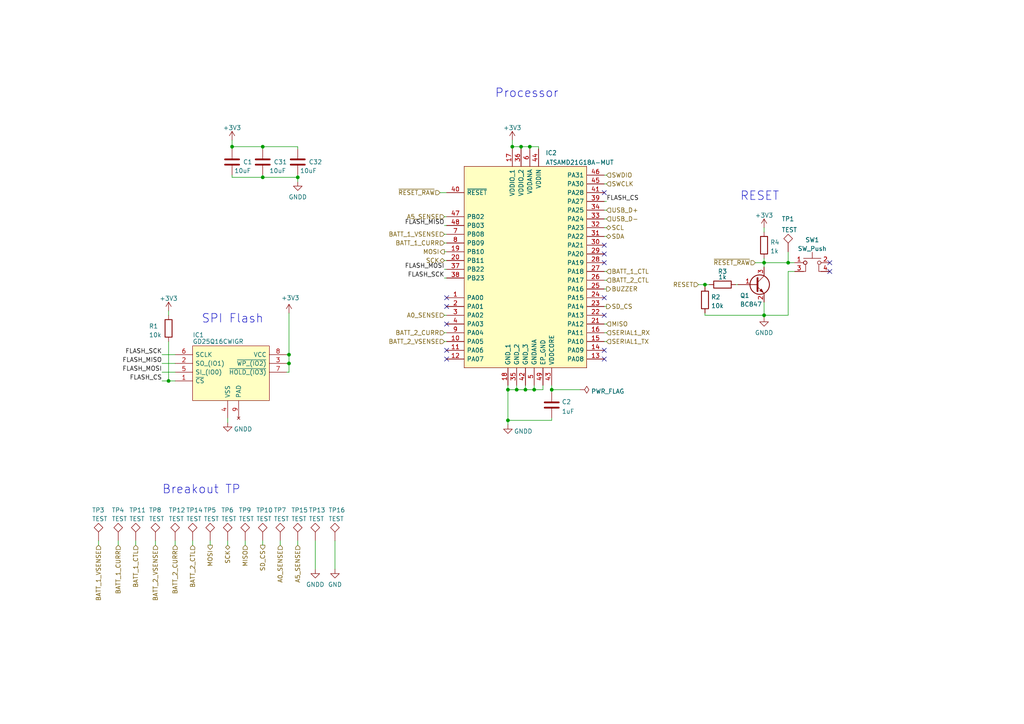
<source format=kicad_sch>
(kicad_sch (version 20211123) (generator eeschema)
  (paper "A4")
  (lib_symbols
    (symbol "0.power-symbols:+3.3V" (power) (pin_names (offset 0))
      (property "Value" "+3.3V" (at 0 3.556 0))
      (symbol "+3.3V_0_1"
        (polyline (pts (xy -0.762 1.27) (xy 0 2.54)))
        (polyline (pts (xy 0 0) (xy 0 2.54)))
        (polyline (pts (xy 0 2.54) (xy 0.762 1.27)))
      )
      (symbol "+3.3V_1_1"
        (pin power_in line (at 0 0 90) (length 0) hide (name "+3V3") (number "1"))
      )
    )
    (symbol "0.power-symbols:GND" (power) (pin_names (offset 0))
      (property "Value" "GND" (at 0 -3.81 0))
      (symbol "GND_0_1"
        (polyline (pts (xy 0 0) (xy 0 -1.27) (xy 1.27 -1.27) (xy 0 -2.54) (xy -1.27 -1.27) (xy 0 -1.27)))
      )
      (symbol "GND_1_1"
        (pin power_in line (at 0 0 270) (length 0) hide (name "GND") (number "1"))
      )
    )
    (symbol "0.power-symbols:GNDD" (power) (pin_names (offset 0))
      (property "Value" "GNDD" (at 0 -3.81 0))
      (symbol "GNDD_0_1"
        (polyline (pts (xy 0 0) (xy 0 -1.27) (xy 1.27 -1.27) (xy 0 -2.54) (xy -1.27 -1.27) (xy 0 -1.27)))
      )
      (symbol "GNDD_1_1"
        (pin power_in line (at 0 0 270) (length 0) hide (name "GNDD") (number "1"))
      )
    )
    (symbol "0.power-symbols:PWR_FLAG" (power) (pin_numbers hide) (pin_names (offset 0) hide)
      (property "Value" "PWR_FLAG" (at 0 3.81 0))
      (symbol "PWR_FLAG_0_0"
        (pin power_out line (at 0 0 90) (length 0) (name "pwr") (number "1"))
      )
      (symbol "PWR_FLAG_0_1"
        (polyline (pts (xy 0 0) (xy 0 1.27) (xy -1.016 1.905) (xy 0 2.54) (xy 1.016 1.905) (xy 0 1.27)))
      )
    )
    (symbol "1.semi.discrete:BC847" (pin_names (offset 0) hide)
      (property "Reference" "Q" (at 5.08 1.27 0))
      (property "Value" "BC847" (at 5.08 -1.27 0))
      (symbol "BC847_0_1"
        (polyline (pts (xy 0.635 0.635) (xy 2.54 2.54)))
        (polyline (pts (xy 0.635 -0.635) (xy 2.54 -2.54) (xy 2.54 -2.54)))
        (polyline (pts (xy 0.635 1.905) (xy 0.635 -1.905) (xy 0.635 -1.905)) (stroke (width 0.508)))
        (polyline (pts (xy 1.27 -1.778) (xy 1.778 -1.27) (xy 2.286 -2.286) (xy 1.27 -1.778) (xy 1.27 -1.778)) (fill (type outline)))
        (circle (center 1.27 0) (radius 2.8194) (stroke (width 0.254)))
      )
      (symbol "BC847_1_1"
        (pin input line (at -5.08 0 0) (length 5.715) (name "B") (number "1"))
        (pin passive line (at 2.54 -5.08 90) (length 2.54) (name "E") (number "2"))
        (pin passive line (at 2.54 5.08 270) (length 2.54) (name "C") (number "3"))
      )
    )
    (symbol "1.semi.embedded:GD25Q16CWIGR" (pin_names (offset 0.762))
      (property "Reference" "IC" (at -11.43 32.385 0))
      (property "Value" "GD25Q16CWIGR" (at -11.43 29.845 0))
      (symbol "GD25Q16CWIGR_0_0"
        (pin input line (at -16.51 -2.54 0) (length 5.08) (name "~{CS}") (number "1"))
        (pin bidirectional line (at -16.51 2.54 0) (length 5.08) (name "SO_(IO1)") (number "2"))
        (pin input line (at 15.875 2.54 180) (length 5.08) (name "~{WP_(IO2)}") (number "3"))
        (pin power_in line (at -1.27 -13.335 90) (length 5.08) (name "VSS") (number "4"))
        (pin bidirectional line (at -16.51 0 0) (length 5.08) (name "SI_(IO0)") (number "5"))
        (pin input line (at -16.51 5.08 0) (length 5.08) (name "SCLK") (number "6"))
        (pin input line (at 15.875 0 180) (length 5.08) (name "~{HOLD_(IO3)}") (number "7"))
        (pin power_in line (at 15.875 5.08 180) (length 5.08) (name "VCC") (number "8"))
        (pin no_connect line (at 1.905 -13.335 90) (length 5.08) (name "PAD") (number "9"))
      )
      (symbol "GD25Q16CWIGR_0_1"
        (polyline (pts (xy -11.43 7.62) (xy 10.795 7.62) (xy 10.795 -8.255) (xy -1.27 -8.255) (xy -11.43 -8.255) (xy -11.43 7.62)) (stroke (width 0.1524)) (fill (type background)))
      )
    )
    (symbol "1.semi.embedded_samdx:ATSAMD21G18A-MUT" (pin_names (offset 0.762))
      (property "Reference" "IC" (at 32.385 29.21 0))
      (property "Value" "ATSAMD21G18A-MUT" (at 32.385 26.67 0))
      (symbol "ATSAMD21G18A-MUT_0_0"
        (pin passive line (at -22.86 -7.62 0) (length 5.08) (name "PA00") (number "1"))
        (pin passive line (at -22.86 -20.32 0) (length 5.08) (name "PA05") (number "10"))
        (pin passive line (at -22.86 -22.86 0) (length 5.08) (name "PA06") (number "11"))
        (pin passive line (at -22.86 -25.4 0) (length 5.08) (name "PA07") (number "12"))
        (pin passive line (at 22.86 -25.4 180) (length 5.08) (name "PA08") (number "13"))
        (pin passive line (at 22.86 -22.86 180) (length 5.08) (name "PA09") (number "14"))
        (pin passive line (at 22.86 -20.32 180) (length 5.08) (name "PA10") (number "15"))
        (pin passive line (at 22.86 -17.78 180) (length 5.08) (name "PA11") (number "16"))
        (pin power_in line (at -3.81 35.56 270) (length 5.08) (name "VDDIO_1") (number "17"))
        (pin power_in line (at -5.08 -33.02 90) (length 5.08) (name "GND_1") (number "18"))
        (pin passive line (at -22.86 5.715 0) (length 5.08) (name "PB10") (number "19"))
        (pin passive line (at -22.86 -10.16 0) (length 5.08) (name "PA01") (number "2"))
        (pin passive line (at -22.86 3.175 0) (length 5.08) (name "PB11") (number "20"))
        (pin passive line (at 22.86 -15.24 180) (length 5.08) (name "PA12") (number "21"))
        (pin passive line (at 22.86 -12.7 180) (length 5.08) (name "PA13") (number "22"))
        (pin passive line (at 22.86 -10.16 180) (length 5.08) (name "PA14") (number "23"))
        (pin passive line (at 22.86 -7.62 180) (length 5.08) (name "PA15") (number "24"))
        (pin passive line (at 22.86 -5.08 180) (length 5.08) (name "PA16") (number "25"))
        (pin passive line (at 22.86 -2.54 180) (length 5.08) (name "PA17") (number "26"))
        (pin passive line (at 22.86 0 180) (length 5.08) (name "PA18") (number "27"))
        (pin passive line (at 22.86 2.54 180) (length 5.08) (name "PA19") (number "28"))
        (pin passive line (at 22.86 5.08 180) (length 5.08) (name "PA20") (number "29"))
        (pin passive line (at -22.86 -12.7 0) (length 5.08) (name "PA02") (number "3"))
        (pin passive line (at 22.86 7.62 180) (length 5.08) (name "PA21") (number "30"))
        (pin passive line (at 22.86 10.16 180) (length 5.08) (name "PA22") (number "31"))
        (pin passive line (at 22.86 12.7 180) (length 5.08) (name "PA23") (number "32"))
        (pin passive line (at 22.86 15.24 180) (length 5.08) (name "PA24") (number "33"))
        (pin passive line (at 22.86 17.78 180) (length 5.08) (name "PA25") (number "34"))
        (pin power_in line (at -2.54 -33.02 90) (length 5.08) (name "GND_2") (number "35"))
        (pin power_in line (at -1.27 35.56 270) (length 5.08) (name "VDDIO_2") (number "36"))
        (pin passive line (at -22.86 0.635 0) (length 5.08) (name "PB22") (number "37"))
        (pin passive line (at -22.86 -1.905 0) (length 5.08) (name "PB23") (number "38"))
        (pin passive line (at 22.86 20.32 180) (length 5.08) (name "PA27") (number "39"))
        (pin passive line (at -22.86 -15.24 0) (length 5.08) (name "PA03") (number "4"))
        (pin passive line (at -22.86 22.86 0) (length 5.08) (name "~{RESET}") (number "40"))
        (pin passive line (at 22.86 22.86 180) (length 5.08) (name "PA28") (number "41"))
        (pin power_in line (at 0 -33.02 90) (length 5.08) (name "GND_3") (number "42"))
        (pin power_in line (at 7.62 -33.02 90) (length 5.08) (name "VDDCORE") (number "43"))
        (pin power_in line (at 3.81 35.56 270) (length 5.08) (name "VDDIN") (number "44"))
        (pin passive line (at 22.86 25.4 180) (length 5.08) (name "PA30") (number "45"))
        (pin passive line (at 22.86 27.94 180) (length 5.08) (name "PA31") (number "46"))
        (pin passive line (at -22.86 15.875 0) (length 5.08) (name "PB02") (number "47"))
        (pin passive line (at -22.86 13.335 0) (length 5.08) (name "PB03") (number "48"))
        (pin power_in line (at 5.08 -33.02 90) (length 5.08) (name "EP_GND") (number "49"))
        (pin power_in line (at 2.54 -33.02 90) (length 5.08) (name "GNDANA") (number "5"))
        (pin power_in line (at 1.27 35.56 270) (length 5.08) (name "VDDANA") (number "6"))
        (pin passive line (at -22.86 10.795 0) (length 5.08) (name "PB08") (number "7"))
        (pin passive line (at -22.86 8.255 0) (length 5.08) (name "PB09") (number "8"))
        (pin passive line (at -22.86 -17.78 0) (length 5.08) (name "PA04") (number "9"))
      )
      (symbol "ATSAMD21G18A-MUT_0_1"
        (polyline (pts (xy -17.78 30.48) (xy 17.78 30.48) (xy 17.78 -27.94) (xy -17.78 -27.94) (xy -17.78 30.48)) (stroke (width 0.1524)) (fill (type background)))
      )
    )
    (symbol "2.passive:C" (pin_numbers hide) (pin_names (offset 0.254))
      (property "Reference" "C" (at 0.635 2.54 0))
      (property "Value" "C" (at 0.635 -2.54 0))
      (symbol "C_0_1"
        (polyline (pts (xy -2.032 -0.762) (xy 2.032 -0.762)) (stroke (width 0.508)))
        (polyline (pts (xy -2.032 0.762) (xy 2.032 0.762)) (stroke (width 0.508)))
      )
      (symbol "C_1_1"
        (pin passive line (at 0 3.81 270) (length 2.794) (name "~") (number "1"))
        (pin passive line (at 0 -3.81 90) (length 2.794) (name "~") (number "2"))
      )
    )
    (symbol "2.passive:R" (pin_numbers hide) (pin_names (offset 0))
      (property "Reference" "R" (at 2.032 0 90))
      (property "Value" "R" (at 0 0 90))
      (symbol "R_0_1"
        (rectangle (start -1.016 -2.54) (end 1.016 2.54) (stroke (width 0.254)))
      )
      (symbol "R_1_1"
        (pin passive line (at 0 3.81 270) (length 1.27) (name "~") (number "1"))
        (pin passive line (at 0 -3.81 90) (length 1.27) (name "~") (number "2"))
      )
    )
    (symbol "3.electromechanical.switch:SW_Push" (pin_names (offset 1.016) hide)
      (property "Reference" "SW" (at 1.27 2.54 0))
      (property "Value" "SW_Push" (at 0 -3.81 0))
      (symbol "SW_Push_0_1"
        (circle (center -2.032 0) (radius 0.508))
        (circle (center -2.032 0) (radius 0.508))
        (polyline (pts (xy 0 1.27) (xy 0 3.048)))
        (polyline (pts (xy 2.54 1.27) (xy -2.54 1.27)))
        (polyline (pts (xy -2.54 -2.54) (xy -1.905 -2.54) (xy -1.905 -0.635)))
        (polyline (pts (xy 2.54 -2.54) (xy 1.905 -2.54) (xy 1.905 -0.635)))
        (circle (center 2.032 0) (radius 0.508))
        (pin input line (at -5.08 0 0) (length 2.54) (name "1") (number "1"))
        (pin input line (at 5.08 0 180) (length 2.54) (name "2") (number "2"))
      )
      (symbol "SW_Push_1_1"
        (pin passive line (at -5.08 -2.54 0) (length 2.54) (name "3") (number "3"))
        (pin passive line (at 5.08 -2.54 180) (length 2.54) (name "4") (number "4"))
      )
    )
    (symbol "5.connector.interconnect:TEST" (pin_numbers hide) (pin_names (offset 1.016) hide)
      (property "Reference" "TP" (at 0 7.62 0))
      (property "Value" "TEST" (at 0 6.35 0))
      (symbol "TEST_0_1"
        (polyline (pts (xy 0 5.08) (xy -1.27 3.81) (xy 0 2.54) (xy 1.27 3.81) (xy 0 5.08) (xy 0 5.08)))
      )
      (symbol "TEST_1_1"
        (pin passive line (at 0 0 90) (length 2.54) (name "~") (number "1"))
      )
    )
  )
  (junction (at 152.4 113.03))
  (junction (at 154.94 113.03))
  (junction (at 148.59 42.545))
  (junction (at 149.86 113.03))
  (junction (at 83.82 105.41))
  (junction (at 147.32 113.03))
  (junction (at 221.615 76.2))
  (junction (at 76.2 51.435))
  (junction (at 48.895 110.49))
  (junction (at 151.13 42.545))
  (junction (at 147.32 121.92))
  (junction (at 221.615 91.44))
  (junction (at 153.67 42.545))
  (junction (at 67.31 42.545))
  (junction (at 160.02 113.03))
  (junction (at 204.47 82.55))
  (junction (at 228.6 76.2))
  (junction (at 83.82 102.87))
  (junction (at 86.36 51.435))
  (junction (at 76.2 42.545))
  (no_connect (at 129.54 93.98))
  (no_connect (at 240.665 78.74))
  (no_connect (at 175.26 91.44))
  (no_connect (at 175.26 86.36))
  (no_connect (at 175.26 76.2))
  (no_connect (at 129.54 101.6))
  (no_connect (at 175.26 104.14))
  (no_connect (at 175.26 101.6))
  (no_connect (at 129.54 86.36))
  (no_connect (at 129.54 104.14))
  (no_connect (at 240.665 76.2))
  (no_connect (at 175.26 73.66))
  (no_connect (at 175.26 55.88))
  (no_connect (at 175.26 71.12))
  (no_connect (at 129.54 88.9))
  (wire (pts (xy 153.67 42.545) (xy 153.67 43.18)))
  (wire (pts (xy 202.565 82.55) (xy 204.47 82.55)))
  (wire (pts (xy 76.2 42.545) (xy 86.36 42.545)))
  (wire (pts (xy 221.615 91.44) (xy 221.615 92.075)))
  (wire (pts (xy 147.32 113.03) (xy 147.32 121.92)))
  (wire (pts (xy 39.37 156.845) (xy 39.37 158.115)))
  (wire (pts (xy 50.8 156.845) (xy 50.8 158.115)))
  (wire (pts (xy 55.88 156.845) (xy 55.88 158.115)))
  (wire (pts (xy 228.6 73.025) (xy 228.6 76.2)))
  (wire (pts (xy 67.31 43.18) (xy 67.31 42.545)))
  (wire (pts (xy 156.21 42.545) (xy 156.21 43.18)))
  (wire (pts (xy 152.4 113.03) (xy 152.4 111.76)))
  (wire (pts (xy 127.635 55.88) (xy 129.54 55.88)))
  (wire (pts (xy 76.2 156.845) (xy 76.2 158.115)))
  (wire (pts (xy 175.26 99.06) (xy 175.895 99.06)))
  (wire (pts (xy 204.47 91.44) (xy 204.47 90.805)))
  (wire (pts (xy 128.905 62.865) (xy 129.54 62.865)))
  (wire (pts (xy 228.6 78.74) (xy 228.6 91.44)))
  (wire (pts (xy 221.615 66.04) (xy 221.615 67.31)))
  (wire (pts (xy 160.02 121.92) (xy 147.32 121.92)))
  (wire (pts (xy 83.185 107.95) (xy 83.82 107.95)))
  (wire (pts (xy 128.905 78.105) (xy 129.54 78.105)))
  (wire (pts (xy 71.12 156.845) (xy 71.12 158.115)))
  (wire (pts (xy 153.67 42.545) (xy 156.21 42.545)))
  (wire (pts (xy 67.31 50.8) (xy 67.31 51.435)))
  (wire (pts (xy 128.905 67.945) (xy 129.54 67.945)))
  (wire (pts (xy 128.905 65.405) (xy 129.54 65.405)))
  (wire (pts (xy 221.615 87.63) (xy 221.615 91.44)))
  (wire (pts (xy 128.905 80.645) (xy 129.54 80.645)))
  (wire (pts (xy 204.47 91.44) (xy 221.615 91.44)))
  (wire (pts (xy 83.82 105.41) (xy 83.82 107.95)))
  (wire (pts (xy 86.36 156.845) (xy 86.36 158.115)))
  (wire (pts (xy 147.32 113.03) (xy 147.32 111.76)))
  (wire (pts (xy 46.99 105.41) (xy 50.8 105.41)))
  (wire (pts (xy 46.99 107.95) (xy 50.8 107.95)))
  (wire (pts (xy 60.96 156.845) (xy 60.96 158.115)))
  (wire (pts (xy 213.36 82.55) (xy 213.995 82.55)))
  (wire (pts (xy 83.82 90.805) (xy 83.82 102.87)))
  (wire (pts (xy 45.085 156.845) (xy 45.085 158.115)))
  (wire (pts (xy 147.32 121.92) (xy 147.32 123.19)))
  (wire (pts (xy 175.26 78.74) (xy 175.895 78.74)))
  (wire (pts (xy 151.13 42.545) (xy 153.67 42.545)))
  (wire (pts (xy 97.155 156.845) (xy 97.155 165.1)))
  (wire (pts (xy 86.36 51.435) (xy 86.36 52.705)))
  (wire (pts (xy 147.32 113.03) (xy 149.86 113.03)))
  (wire (pts (xy 204.47 82.55) (xy 205.74 82.55)))
  (wire (pts (xy 175.895 68.58) (xy 175.26 68.58)))
  (wire (pts (xy 67.31 51.435) (xy 76.2 51.435)))
  (wire (pts (xy 154.94 113.03) (xy 154.94 111.76)))
  (wire (pts (xy 66.04 122.555) (xy 66.04 121.285)))
  (wire (pts (xy 160.02 111.76) (xy 160.02 113.03)))
  (wire (pts (xy 66.04 156.845) (xy 66.04 158.115)))
  (wire (pts (xy 28.575 156.845) (xy 28.575 158.115)))
  (wire (pts (xy 48.895 99.06) (xy 48.895 110.49)))
  (wire (pts (xy 175.26 53.34) (xy 175.895 53.34)))
  (wire (pts (xy 128.905 75.565) (xy 129.54 75.565)))
  (wire (pts (xy 175.26 83.82) (xy 175.895 83.82)))
  (wire (pts (xy 151.13 42.545) (xy 151.13 43.18)))
  (wire (pts (xy 175.26 81.28) (xy 175.895 81.28)))
  (wire (pts (xy 160.02 113.03) (xy 168.275 113.03)))
  (wire (pts (xy 149.86 113.03) (xy 152.4 113.03)))
  (wire (pts (xy 228.6 78.74) (xy 230.505 78.74)))
  (wire (pts (xy 148.59 40.64) (xy 148.59 42.545)))
  (wire (pts (xy 221.615 91.44) (xy 228.6 91.44)))
  (wire (pts (xy 175.26 50.8) (xy 175.895 50.8)))
  (wire (pts (xy 204.47 82.55) (xy 204.47 83.185)))
  (wire (pts (xy 128.905 91.44) (xy 129.54 91.44)))
  (wire (pts (xy 128.905 70.485) (xy 129.54 70.485)))
  (wire (pts (xy 81.28 156.845) (xy 81.28 158.115)))
  (wire (pts (xy 76.2 50.8) (xy 76.2 51.435)))
  (wire (pts (xy 91.44 156.845) (xy 91.44 165.1)))
  (wire (pts (xy 228.6 76.2) (xy 230.505 76.2)))
  (wire (pts (xy 221.615 76.2) (xy 221.615 77.47)))
  (wire (pts (xy 83.82 102.87) (xy 83.82 105.41)))
  (wire (pts (xy 148.59 42.545) (xy 151.13 42.545)))
  (wire (pts (xy 175.26 88.9) (xy 175.895 88.9)))
  (wire (pts (xy 76.2 43.18) (xy 76.2 42.545)))
  (wire (pts (xy 149.86 113.03) (xy 149.86 111.76)))
  (wire (pts (xy 219.075 76.2) (xy 221.615 76.2)))
  (wire (pts (xy 76.2 51.435) (xy 86.36 51.435)))
  (wire (pts (xy 67.31 40.64) (xy 67.31 42.545)))
  (wire (pts (xy 67.31 42.545) (xy 76.2 42.545)))
  (wire (pts (xy 175.895 66.04) (xy 175.26 66.04)))
  (wire (pts (xy 83.185 102.87) (xy 83.82 102.87)))
  (wire (pts (xy 221.615 76.2) (xy 228.6 76.2)))
  (wire (pts (xy 175.26 93.98) (xy 175.895 93.98)))
  (wire (pts (xy 152.4 113.03) (xy 154.94 113.03)))
  (wire (pts (xy 128.905 99.06) (xy 129.54 99.06)))
  (wire (pts (xy 34.29 156.845) (xy 34.29 158.115)))
  (wire (pts (xy 175.895 58.42) (xy 175.26 58.42)))
  (wire (pts (xy 48.895 110.49) (xy 50.8 110.49)))
  (wire (pts (xy 160.02 113.03) (xy 160.02 113.665)))
  (wire (pts (xy 160.02 121.92) (xy 160.02 121.285)))
  (wire (pts (xy 128.905 73.025) (xy 129.54 73.025)))
  (wire (pts (xy 86.36 43.18) (xy 86.36 42.545)))
  (wire (pts (xy 83.185 105.41) (xy 83.82 105.41)))
  (wire (pts (xy 46.99 110.49) (xy 48.895 110.49)))
  (wire (pts (xy 154.94 113.03) (xy 157.48 113.03)))
  (wire (pts (xy 157.48 113.03) (xy 157.48 111.76)))
  (wire (pts (xy 175.26 96.52) (xy 175.895 96.52)))
  (wire (pts (xy 175.895 60.96) (xy 175.26 60.96)))
  (wire (pts (xy 46.99 102.87) (xy 50.8 102.87)))
  (wire (pts (xy 148.59 42.545) (xy 148.59 43.18)))
  (wire (pts (xy 221.615 74.93) (xy 221.615 76.2)))
  (wire (pts (xy 48.895 90.17) (xy 48.895 91.44)))
  (wire (pts (xy 128.905 96.52) (xy 129.54 96.52)))
  (wire (pts (xy 175.26 63.5) (xy 175.895 63.5)))
  (wire (pts (xy 86.36 50.8) (xy 86.36 51.435)))
  (text "SPI Flash" (at 58.42 93.98 0) (effects (font (size 2.4892 2.4892)) (justify left bottom)))
  (text "RESET" (at 214.63 58.42 0) (effects (font (size 2.4892 2.4892)) (justify left bottom)))
  (text "Breakout TP" (at 46.99 143.51 0) (effects (font (size 2.4892 2.4892)) (justify left bottom)))
  (text "Processor" (at 143.51 28.575 0) (effects (font (size 2.4892 2.4892)) (justify left bottom)))
  (label "FLASH_CS" (at 46.99 110.49 180))
  (label "FLASH_MISO" (at 128.905 65.405 180))
  (label "FLASH_MOSI" (at 46.99 107.95 180))
  (label "FLASH_MISO" (at 46.99 105.41 180))
  (label "FLASH_SCK" (at 46.99 102.87 180))
  (label "FLASH_MOSI" (at 128.905 78.105 180))
  (label "FLASH_CS" (at 175.895 58.42 0))
  (label "FLASH_SCK" (at 128.905 80.645 180))
  (hierarchical_label "MOSI" (shape output) (at 60.96 158.115 270))
  (hierarchical_label "SCK" (shape bidirectional) (at 128.905 75.565 180))
  (hierarchical_label "BATT_2_CURR" (shape input) (at 128.905 96.52 180))
  (hierarchical_label "SCK" (shape bidirectional) (at 66.04 158.115 270))
  (hierarchical_label "BATT_2_CTL" (shape input) (at 55.88 158.115 270))
  (hierarchical_label "SERIAL1_RX" (shape input) (at 175.895 96.52 0))
  (hierarchical_label "BATT_1_CURR" (shape input) (at 34.29 158.115 270))
  (hierarchical_label "BATT_2_CTL" (shape input) (at 175.895 81.28 0))
  (hierarchical_label "A5_SENSE" (shape input) (at 86.36 158.115 270))
  (hierarchical_label "MOSI" (shape output) (at 128.905 73.025 180))
  (hierarchical_label "BATT_1_CTL" (shape input) (at 39.37 158.115 270))
  (hierarchical_label "SCL" (shape bidirectional) (at 175.895 66.04 0))
  (hierarchical_label "USB_D-" (shape input) (at 175.895 63.5 0))
  (hierarchical_label "MISO" (shape input) (at 71.12 158.115 270))
  (hierarchical_label "BATT_2_CURR" (shape input) (at 50.8 158.115 270))
  (hierarchical_label "A0_SENSE" (shape input) (at 128.905 91.44 180))
  (hierarchical_label "SD_CS" (shape output) (at 175.895 88.9 0))
  (hierarchical_label "~{RESET_RAW}" (shape input) (at 127.635 55.88 180))
  (hierarchical_label "MISO" (shape input) (at 175.895 93.98 0))
  (hierarchical_label "BUZZER" (shape output) (at 175.895 83.82 0))
  (hierarchical_label "BATT_1_VSENSE" (shape input) (at 28.575 158.115 270))
  (hierarchical_label "BATT_2_VSENSE" (shape input) (at 128.905 99.06 180))
  (hierarchical_label "SWDIO" (shape input) (at 175.895 50.8 0))
  (hierarchical_label "USB_D+" (shape input) (at 175.895 60.96 0))
  (hierarchical_label "A0_SENSE" (shape input) (at 81.28 158.115 270))
  (hierarchical_label "~{RESET_RAW}" (shape input) (at 219.075 76.2 180))
  (hierarchical_label "SDA" (shape bidirectional) (at 175.895 68.58 0))
  (hierarchical_label "A5_SENSE" (shape input) (at 128.905 62.865 180))
  (hierarchical_label "RESET" (shape input) (at 202.565 82.55 180))
  (hierarchical_label "BATT_1_CURR" (shape input) (at 128.905 70.485 180))
  (hierarchical_label "SWCLK" (shape input) (at 175.895 53.34 0))
  (hierarchical_label "BATT_1_VSENSE" (shape input) (at 128.905 67.945 180))
  (hierarchical_label "BATT_1_CTL" (shape input) (at 175.895 78.74 0))
  (hierarchical_label "SERIAL1_TX" (shape input) (at 175.895 99.06 0))
  (hierarchical_label "SD_CS" (shape output) (at 76.2 158.115 270))
  (hierarchical_label "BATT_2_VSENSE" (shape input) (at 45.085 158.115 270))
  (symbol (lib_id "5.connector.interconnect:TEST") (at 66.04 156.845 0) (unit 1)
    (property "Reference" "TP6" (at 64.135 147.955 0) (effects (justify left)))
    (property "Value" "TEST" (at 64.135 150.4919 0) (effects (justify left)))
    (property "Footprint" "0_misc:test_point_2mm_square" (effects hide))
  )
  (symbol (lib_id "5.connector.interconnect:TEST") (at 45.085 156.845 0) (unit 1)
    (property "Reference" "TP8" (at 43.18 147.955 0) (effects (justify left)))
    (property "Value" "TEST" (at 43.18 150.4919 0) (effects (justify left)))
    (property "Footprint" "0_misc:test_point_2mm_square" (effects hide))
  )
  (symbol (lib_id "5.connector.interconnect:TEST") (at 91.44 156.845 0) (unit 1)
    (property "Reference" "TP13" (at 89.535 147.955 0) (effects (justify left)))
    (property "Value" "TEST" (at 89.535 150.4919 0) (effects (justify left)))
    (property "Footprint" "0_misc:test_point_2mm_square" (effects hide))
  )
  (symbol (lib_id "0.power-symbols:+3.3V") (at 221.615 66.04 0) (unit 1)
    (property "Reference" "#PWR020" (effects hide))
    (property "Value" "+3.3V" (at 221.615 62.4642 0))
  )
  (symbol (lib_id "0.power-symbols:+3.3V") (at 83.82 90.805 0) (unit 1)
    (property "Reference" "#PWR015" (effects hide))
    (property "Value" "+3.3V" (at 84.201 86.4108 0))
  )
  (symbol (lib_id "5.connector.interconnect:TEST") (at 86.36 156.845 0) (unit 1)
    (property "Reference" "TP15" (at 84.455 147.955 0) (effects (justify left)))
    (property "Value" "TEST" (at 84.455 150.4919 0) (effects (justify left)))
    (property "Footprint" "0_misc:test_point_2mm_square" (effects hide))
  )
  (symbol (lib_id "1.semi.embedded:GD25Q16CWIGR") (at 67.31 107.95 0) (unit 1)
    (property "Reference" "IC1" (at 55.88 97.155 0) (effects (justify left)))
    (property "Value" "GD25Q16CWIGR" (at 55.88 99.06 0) (effects (justify left)))
    (property "Footprint" "1_Semi_Misc:SOIC-8_3.9x4.9mm_P1.27mm" (effects hide))
    (property "Datasheet" "https://ms.componentsearchengine.com/Datasheets/1/GD25Q16CWIGR.pdf" (effects hide))
    (property "PN" "TBD" (effects hide))
  )
  (symbol (lib_id "5.connector.interconnect:TEST") (at 39.37 156.845 0) (unit 1)
    (property "Reference" "TP11" (at 37.465 147.955 0) (effects (justify left)))
    (property "Value" "TEST" (at 37.465 150.4919 0) (effects (justify left)))
    (property "Footprint" "0_misc:test_point_2mm_square" (effects hide))
  )
  (symbol (lib_id "5.connector.interconnect:TEST") (at 28.575 156.845 0) (unit 1)
    (property "Reference" "TP3" (at 26.67 147.955 0) (effects (justify left)))
    (property "Value" "TEST" (at 26.67 150.4919 0) (effects (justify left)))
    (property "Footprint" "0_misc:test_point_2mm_square" (effects hide))
  )
  (symbol (lib_id "2.passive:R") (at 221.615 71.12 0) (unit 1)
    (property "Reference" "R4" (at 223.393 70.2853 0) (effects (justify left)))
    (property "Value" "1k" (at 223.393 72.8222 0) (effects (justify left)))
    (property "Footprint" "2_Passives_Resistors_SMD_IPC:R_1608_603_B" (effects hide))
    (property "PN" "1,7" (effects hide))
  )
  (symbol (lib_id "0.power-symbols:GNDD") (at 221.615 92.075 0) (unit 1)
    (property "Reference" "#PWR021" (effects hide))
    (property "Value" "GNDD" (at 221.615 96.5184 0))
  )
  (symbol (lib_id "0.power-symbols:+3.3V") (at 67.31 40.64 0) (unit 1)
    (property "Reference" "#PWR016" (effects hide))
    (property "Value" "+3.3V" (at 67.31 37.0642 0))
  )
  (symbol (lib_id "5.connector.interconnect:TEST") (at 81.28 156.845 0) (unit 1)
    (property "Reference" "TP7" (at 79.375 147.955 0) (effects (justify left)))
    (property "Value" "TEST" (at 79.375 150.4919 0) (effects (justify left)))
    (property "Footprint" "0_misc:test_point_2mm_square" (effects hide))
  )
  (symbol (lib_id "1.semi.discrete:BC847") (at 219.075 82.55 0) (unit 1)
    (property "Reference" "Q1" (at 214.63 85.725 0) (effects (justify left)))
    (property "Value" "BC847" (at 214.63 88.265 0) (effects (justify left)))
    (property "Footprint" "1_Semi_TO_SOT:SOT-23" (effects hide))
    (property "PN" "TBD" (effects hide))
  )
  (symbol (lib_id "5.connector.interconnect:TEST") (at 60.96 156.845 0) (unit 1)
    (property "Reference" "TP5" (at 59.055 147.955 0) (effects (justify left)))
    (property "Value" "TEST" (at 59.055 150.4919 0) (effects (justify left)))
    (property "Footprint" "0_misc:test_point_2mm_square" (effects hide))
  )
  (symbol (lib_id "0.power-symbols:+3.3V") (at 48.895 90.17 0) (unit 1)
    (property "Reference" "#PWR013" (effects hide))
    (property "Value" "+3.3V" (at 48.895 86.5655 0))
  )
  (symbol (lib_id "2.passive:R") (at 204.47 86.995 180) (unit 1)
    (property "Reference" "R2" (at 206.248 86.1603 0) (effects (justify right)))
    (property "Value" "10k" (at 206.248 88.6972 0) (effects (justify right)))
    (property "Footprint" "2_Passives_Resistors_SMD_IPC:R_1608_603_B" (effects hide))
    (property "PN" "1,5" (effects hide))
  )
  (symbol (lib_id "2.passive:C") (at 76.2 46.99 0) (unit 1)
    (property "Reference" "C31" (at 79.375 46.99 0) (effects (justify left)))
    (property "Value" "10uF" (at 78.105 49.53 0) (effects (justify left)))
    (property "Footprint" "2_Passives_Capacitors_SMD_IPC:C_1608_603_B" (effects hide))
    (property "PN" "2,3" (effects hide))
  )
  (symbol (lib_id "2.passive:R") (at 209.55 82.55 270) (unit 1)
    (property "Reference" "R3" (at 209.55 78.74 90))
    (property "Value" "1k" (at 209.55 80.3711 90))
    (property "Footprint" "2_Passives_Resistors_SMD_IPC:R_1608_603_B" (effects hide))
    (property "PN" "1,7" (effects hide))
  )
  (symbol (lib_id "0.power-symbols:+3.3V") (at 148.59 40.64 0) (unit 1)
    (property "Reference" "#PWR0154" (effects hide))
    (property "Value" "+3.3V" (at 148.59 37.0642 0))
  )
  (symbol (lib_id "0.power-symbols:GNDD") (at 66.04 122.555 0) (unit 1)
    (property "Reference" "#PWR014" (effects hide))
    (property "Value" "GNDD" (at 70.485 124.46 0))
  )
  (symbol (lib_id "2.passive:R") (at 48.895 95.25 0) (unit 1)
    (property "Reference" "R1" (at 43.18 94.615 0) (effects (justify left)))
    (property "Value" "10k" (at 43.18 97.155 0) (effects (justify left)))
    (property "Footprint" "2_Passives_Resistors_SMD_IPC:R_1608_603_B" (effects hide))
    (property "PN" "1,5" (effects hide))
  )
  (symbol (lib_id "1.semi.embedded_samdx:ATSAMD21G18A-MUT") (at 152.4 78.74 0) (unit 1)
    (property "Reference" "IC2" (at 158.2294 44.3443 0) (effects (justify left)))
    (property "Value" "ATSAMD21G18A-MUT" (at 158.2294 47.1194 0) (effects (justify left)))
    (property "Footprint" "1_Semi_QFN:QFN50P700X700X90-49N-D" (effects hide))
    (property "Datasheet" "https://datasheet.datasheetarchive.com/originals/distributors/DKDS41/DSANUWW0026743.pdf" (effects hide))
    (property "PN" "N/A" (effects hide))
  )
  (symbol (lib_id "0.power-symbols:GNDD") (at 86.36 52.705 0) (unit 1)
    (property "Reference" "#PWR0155" (effects hide))
    (property "Value" "GNDD" (at 86.36 57.1484 0))
  )
  (symbol (lib_id "5.connector.interconnect:TEST") (at 55.88 156.845 0) (unit 1)
    (property "Reference" "TP14" (at 53.975 147.955 0) (effects (justify left)))
    (property "Value" "TEST" (at 53.975 150.4919 0) (effects (justify left)))
    (property "Footprint" "0_misc:test_point_2mm_square" (effects hide))
  )
  (symbol (lib_id "2.passive:C") (at 160.02 117.475 0) (unit 1)
    (property "Reference" "C2" (at 162.941 116.5665 0) (effects (justify left)))
    (property "Value" "1uF" (at 162.941 119.3416 0) (effects (justify left)))
    (property "Footprint" "2_Passives_Capacitors_SMD_IPC:C_1608_603_B" (effects hide))
    (property "Part" "0603YC105KAT2A" (effects hide))
    (property "PN" "2,4" (effects hide))
  )
  (symbol (lib_id "5.connector.interconnect:TEST") (at 76.2 156.845 0) (unit 1)
    (property "Reference" "TP10" (at 74.295 147.955 0) (effects (justify left)))
    (property "Value" "TEST" (at 74.295 150.4919 0) (effects (justify left)))
    (property "Footprint" "0_misc:test_point_2mm_square" (effects hide))
  )
  (symbol (lib_id "5.connector.interconnect:TEST") (at 97.155 156.845 0) (unit 1)
    (property "Reference" "TP16" (at 95.25 147.955 0) (effects (justify left)))
    (property "Value" "TEST" (at 95.25 150.4919 0) (effects (justify left)))
    (property "Footprint" "0_misc:test_point_2mm_square" (effects hide))
  )
  (symbol (lib_id "5.connector.interconnect:TEST") (at 34.29 156.845 0) (unit 1)
    (property "Reference" "TP4" (at 32.385 147.955 0) (effects (justify left)))
    (property "Value" "TEST" (at 32.385 150.4919 0) (effects (justify left)))
    (property "Footprint" "0_misc:test_point_2mm_square" (effects hide))
  )
  (symbol (lib_id "0.power-symbols:GND") (at 97.155 165.1 0) (unit 1)
    (property "Reference" "#PWR0152" (effects hide))
    (property "Value" "GND" (at 97.155 169.5434 0))
  )
  (symbol (lib_id "5.connector.interconnect:TEST") (at 228.6 73.025 0) (unit 1)
    (property "Reference" "TP1" (at 226.695 63.5 0) (effects (justify left)))
    (property "Value" "TEST" (at 226.695 66.675 0) (effects (justify left)))
    (property "Footprint" "0_misc:test_point_1.0mm_square" (effects hide))
  )
  (symbol (lib_id "0.power-symbols:GNDD") (at 147.32 123.19 0) (unit 1)
    (property "Reference" "#PWR019" (effects hide))
    (property "Value" "GNDD" (at 151.765 125.095 0))
  )
  (symbol (lib_id "2.passive:C") (at 86.36 46.99 0) (unit 1)
    (property "Reference" "C32" (at 89.535 46.99 0) (effects (justify left)))
    (property "Value" "10uF" (at 86.995 49.53 0) (effects (justify left)))
    (property "Footprint" "2_Passives_Capacitors_SMD_IPC:C_1608_603_B" (effects hide))
    (property "PN" "2,3" (effects hide))
  )
  (symbol (lib_id "5.connector.interconnect:TEST") (at 50.8 156.845 0) (unit 1)
    (property "Reference" "TP12" (at 48.895 147.955 0) (effects (justify left)))
    (property "Value" "TEST" (at 48.895 150.4919 0) (effects (justify left)))
    (property "Footprint" "0_misc:test_point_2mm_square" (effects hide))
  )
  (symbol (lib_id "2.passive:C") (at 67.31 46.99 0) (unit 1)
    (property "Reference" "C1" (at 70.485 46.99 0) (effects (justify left)))
    (property "Value" "10uF" (at 67.945 49.53 0) (effects (justify left)))
    (property "Footprint" "2_Passives_Capacitors_SMD_IPC:C_1608_603_B" (effects hide))
    (property "PN" "2,3" (effects hide))
  )
  (symbol (lib_id "0.power-symbols:PWR_FLAG") (at 168.275 113.03 270) (unit 1)
    (property "Reference" "#FLG01" (effects hide))
    (property "Value" "PWR_FLAG" (at 171.45 113.509 90) (effects (justify left)))
  )
  (symbol (lib_id "0.power-symbols:GNDD") (at 91.44 165.1 0) (unit 1)
    (property "Reference" "#PWR0139" (effects hide))
    (property "Value" "GNDD" (at 91.44 169.5434 0))
  )
  (symbol (lib_id "3.electromechanical.switch:SW_Push") (at 235.585 76.2 0) (unit 1)
    (property "Reference" "SW1" (at 235.585 69.5792 0))
    (property "Value" "SW_Push" (at 235.585 72.1161 0))
    (property "Footprint" "3_Electromechanical_Buttons_Switches_SMD:KMR243GLFG" (effects hide))
    (property "PN" "TBD" (effects hide))
  )
  (symbol (lib_id "5.connector.interconnect:TEST") (at 71.12 156.845 0) (unit 1)
    (property "Reference" "TP9" (at 69.215 147.955 0) (effects (justify left)))
    (property "Value" "TEST" (at 69.215 150.4919 0) (effects (justify left)))
    (property "Footprint" "0_misc:test_point_2mm_square" (effects hide))
  )
)
</source>
